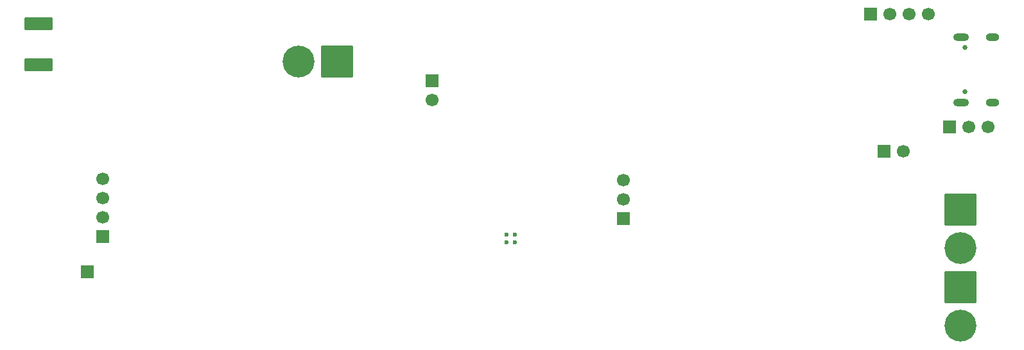
<source format=gbr>
%TF.GenerationSoftware,KiCad,Pcbnew,9.0.6*%
%TF.CreationDate,2025-12-05T09:42:19+02:00*%
%TF.ProjectId,sig_scan_pcb,7369675f-7363-4616-9e5f-7063622e6b69,1*%
%TF.SameCoordinates,Original*%
%TF.FileFunction,Soldermask,Bot*%
%TF.FilePolarity,Negative*%
%FSLAX46Y46*%
G04 Gerber Fmt 4.6, Leading zero omitted, Abs format (unit mm)*
G04 Created by KiCad (PCBNEW 9.0.6) date 2025-12-05 09:42:19*
%MOMM*%
%LPD*%
G01*
G04 APERTURE LIST*
G04 Aperture macros list*
%AMRoundRect*
0 Rectangle with rounded corners*
0 $1 Rounding radius*
0 $2 $3 $4 $5 $6 $7 $8 $9 X,Y pos of 4 corners*
0 Add a 4 corners polygon primitive as box body*
4,1,4,$2,$3,$4,$5,$6,$7,$8,$9,$2,$3,0*
0 Add four circle primitives for the rounded corners*
1,1,$1+$1,$2,$3*
1,1,$1+$1,$4,$5*
1,1,$1+$1,$6,$7*
1,1,$1+$1,$8,$9*
0 Add four rect primitives between the rounded corners*
20,1,$1+$1,$2,$3,$4,$5,0*
20,1,$1+$1,$4,$5,$6,$7,0*
20,1,$1+$1,$6,$7,$8,$9,0*
20,1,$1+$1,$8,$9,$2,$3,0*%
G04 Aperture macros list end*
%ADD10RoundRect,0.102000X-2.000000X2.000000X-2.000000X-2.000000X2.000000X-2.000000X2.000000X2.000000X0*%
%ADD11C,4.204000*%
%ADD12C,0.600000*%
%ADD13C,0.650000*%
%ADD14O,2.100000X1.000000*%
%ADD15O,1.800000X1.000000*%
%ADD16R,1.700000X1.700000*%
%ADD17C,1.700000*%
%ADD18RoundRect,0.102000X2.000000X2.000000X-2.000000X2.000000X-2.000000X-2.000000X2.000000X-2.000000X0*%
%ADD19RoundRect,0.102000X-1.750000X-0.750000X1.750000X-0.750000X1.750000X0.750000X-1.750000X0.750000X0*%
G04 APERTURE END LIST*
D10*
%TO.C,J2*%
X145338800Y-54533800D03*
D11*
X145338800Y-59613799D03*
%TD*%
D12*
%TO.C,IC2*%
X86588700Y-58848599D03*
X86588700Y-57832599D03*
X85521900Y-58848599D03*
X85521900Y-57832599D03*
%TD*%
D10*
%TO.C,J11*%
X145338800Y-64770000D03*
D11*
X145338800Y-69849999D03*
%TD*%
D13*
%TO.C,J4*%
X145924900Y-38904848D03*
X145924900Y-33124848D03*
D14*
X145404900Y-40334848D03*
D15*
X149604900Y-40334848D03*
D14*
X145404900Y-31694848D03*
D15*
X149604900Y-31694848D03*
%TD*%
D16*
%TO.C,J10*%
X133477000Y-28727400D03*
D17*
X136017000Y-28727400D03*
X138556999Y-28727400D03*
X141097000Y-28727400D03*
%TD*%
D18*
%TO.C,J14*%
X63169800Y-34933900D03*
D11*
X58089801Y-34933900D03*
%TD*%
D16*
%TO.C,J5*%
X143943700Y-43610850D03*
D17*
X146483700Y-43610850D03*
X149023699Y-43610850D03*
%TD*%
D16*
%TO.C,J7*%
X30222892Y-62732016D03*
%TD*%
%TO.C,J8*%
X32209100Y-58088850D03*
D17*
X32209100Y-55548850D03*
X32209100Y-53008851D03*
X32209100Y-50468850D03*
%TD*%
D16*
%TO.C,J6*%
X75641200Y-37515800D03*
D17*
X75641200Y-40055800D03*
%TD*%
D16*
%TO.C,J12*%
X100897299Y-55722598D03*
D17*
X100897299Y-53182598D03*
X100897299Y-50642599D03*
%TD*%
D16*
%TO.C,J9*%
X135275230Y-46799850D03*
D17*
X137815230Y-46799850D03*
%TD*%
D19*
%TO.C,J1*%
X23753000Y-29938050D03*
X23753000Y-35338050D03*
%TD*%
M02*

</source>
